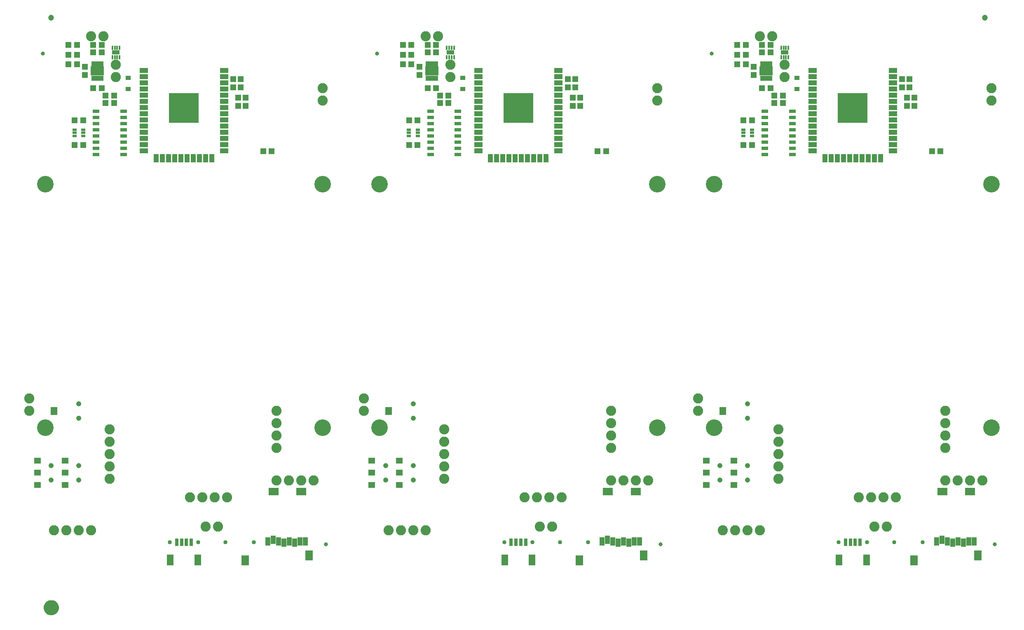
<source format=gbs>
G04 EAGLE Gerber RS-274X export*
G75*
%MOMM*%
%FSLAX34Y34*%
%LPD*%
%INSoldermask Bottom*%
%IPPOS*%
%AMOC8*
5,1,8,0,0,1.08239X$1,22.5*%
G01*
%ADD10R,1.403200X2.203200*%
%ADD11R,0.803200X1.553200*%
%ADD12C,0.838200*%
%ADD13C,0.853200*%
%ADD14C,3.403600*%
%ADD15R,1.203200X1.303200*%
%ADD16R,1.303200X1.203200*%
%ADD17C,2.082800*%
%ADD18R,1.033200X0.833200*%
%ADD19R,1.473200X0.838200*%
%ADD20R,1.703200X1.103200*%
%ADD21R,1.103200X1.703200*%
%ADD22R,6.203200X6.203200*%
%ADD23R,1.403200X0.803200*%
%ADD24R,0.863200X0.503200*%
%ADD25R,2.003200X1.603200*%
%ADD26R,1.603200X2.103200*%
%ADD27R,1.003200X1.703200*%
%ADD28R,0.440000X0.840000*%
%ADD29R,1.520000X0.940000*%
%ADD30C,1.053200*%
%ADD31R,0.553200X1.003200*%
%ADD32R,2.703200X1.903200*%
%ADD33R,1.353200X1.203200*%
%ADD34C,1.203200*%
%ADD35C,1.270000*%
%ADD36C,1.703200*%


D10*
X369630Y10690D03*
X313630Y10690D03*
D11*
X356630Y47440D03*
X346630Y47440D03*
X336630Y47440D03*
X326630Y47440D03*
D12*
X633730Y42840D03*
X51330Y1051640D03*
D13*
X312730Y46960D03*
X370530Y46960D03*
D14*
X56642Y282677D03*
X56642Y782803D03*
X626618Y782803D03*
X626618Y282677D03*
D15*
X138430Y1006840D03*
X138430Y1023840D03*
D16*
X172330Y1053440D03*
X155330Y1053440D03*
X172330Y979780D03*
X155330Y979780D03*
D17*
X201930Y1028040D03*
X201930Y1002640D03*
D18*
X227330Y978440D03*
X227330Y1001440D03*
D19*
X74930Y320904D03*
X74930Y312776D03*
D15*
X453390Y960340D03*
X453390Y943340D03*
D16*
X180730Y949300D03*
X197730Y949300D03*
D15*
X443230Y998440D03*
X443230Y981440D03*
X468630Y960340D03*
X468630Y943340D03*
D20*
X424010Y1016140D03*
X424010Y1003440D03*
X424010Y990740D03*
X424010Y978040D03*
X424010Y965340D03*
X424010Y952640D03*
X424010Y939940D03*
X424010Y927240D03*
X424010Y914540D03*
X424010Y901840D03*
X424010Y889140D03*
X424010Y876440D03*
X424010Y863740D03*
X424010Y851040D03*
D21*
X398780Y836140D03*
X386080Y836140D03*
X373380Y836140D03*
X360680Y836140D03*
X347980Y836140D03*
X335280Y836140D03*
X322580Y836140D03*
X309880Y836140D03*
X297180Y836140D03*
X284480Y836140D03*
D20*
X259250Y851040D03*
X259250Y863740D03*
X259250Y876440D03*
X259250Y889140D03*
X259250Y901840D03*
X259250Y914540D03*
X259250Y927240D03*
X259250Y939940D03*
X259250Y952640D03*
X259250Y965340D03*
X259250Y978040D03*
X259250Y990740D03*
X259250Y1003440D03*
X259250Y1016140D03*
D22*
X341630Y939140D03*
D15*
X458470Y998440D03*
X458470Y981440D03*
D23*
X217230Y932790D03*
X217230Y920090D03*
X217230Y907390D03*
X217230Y894690D03*
X217230Y881990D03*
X217230Y869290D03*
X217230Y856590D03*
X217230Y843890D03*
X161230Y843890D03*
X161230Y856590D03*
X161230Y869290D03*
X161230Y881990D03*
X161230Y894690D03*
X161230Y907390D03*
X161230Y920090D03*
X161230Y932790D03*
D16*
X117230Y862940D03*
X134230Y862940D03*
X134230Y913740D03*
X117230Y913740D03*
D24*
X134930Y894840D03*
X116530Y888340D03*
X116530Y881840D03*
X116530Y894840D03*
X134930Y888340D03*
X134930Y881840D03*
D13*
X427030Y46960D03*
X484830Y46960D03*
D16*
X180730Y964540D03*
X197730Y964540D03*
D17*
X151130Y71890D03*
X125730Y71890D03*
X100330Y71890D03*
X74930Y71890D03*
X608330Y174440D03*
X582930Y174440D03*
X557530Y174440D03*
X532130Y174440D03*
X532130Y240640D03*
X532130Y266040D03*
X532130Y291440D03*
X532130Y316840D03*
X24130Y342240D03*
X24130Y316840D03*
D16*
X504580Y850240D03*
X521580Y850240D03*
D25*
X525750Y151390D03*
X582750Y151390D03*
D26*
X598750Y19890D03*
X467250Y9890D03*
D27*
X513850Y48390D03*
X524850Y52390D03*
X535850Y48390D03*
X546850Y46390D03*
X557850Y48390D03*
X568850Y46390D03*
X579850Y48390D03*
X590850Y48390D03*
D28*
X209430Y1063340D03*
X204430Y1063340D03*
X199430Y1063340D03*
X194430Y1063340D03*
X194430Y1043340D03*
X199430Y1043340D03*
X204430Y1043340D03*
X209430Y1043340D03*
D29*
X201930Y1053440D03*
D16*
X172330Y1068680D03*
X155330Y1068680D03*
D17*
X386080Y79190D03*
X411480Y79190D03*
X151130Y1086460D03*
X176530Y1086460D03*
X626630Y980340D03*
X626630Y954940D03*
D30*
X125730Y204840D03*
X125730Y174840D03*
X125730Y331840D03*
X125730Y301840D03*
D31*
X163830Y1000840D03*
X168830Y1000840D03*
X173830Y1000840D03*
X158830Y1000840D03*
X153830Y1000840D03*
X153830Y1029840D03*
X158830Y1029840D03*
X163830Y1029840D03*
X168830Y1029840D03*
X173830Y1029840D03*
D32*
X163830Y1015340D03*
D16*
X121530Y1048360D03*
X104530Y1048360D03*
X121530Y1029310D03*
X104530Y1029310D03*
X121530Y1068680D03*
X104530Y1068680D03*
D17*
X354330Y139040D03*
X379730Y139040D03*
X405130Y139040D03*
X430530Y139040D03*
X189230Y278740D03*
X189230Y253340D03*
X189230Y227940D03*
X189230Y202540D03*
X189230Y177140D03*
D33*
X97084Y214840D03*
X97084Y189840D03*
X97084Y164840D03*
X40584Y214840D03*
X40584Y189840D03*
X40584Y164840D03*
D30*
X68834Y204840D03*
X68834Y174840D03*
D10*
X1056700Y10690D03*
X1000700Y10690D03*
D11*
X1043700Y47440D03*
X1033700Y47440D03*
X1023700Y47440D03*
X1013700Y47440D03*
D12*
X1320800Y42840D03*
X738400Y1051640D03*
D13*
X999800Y46960D03*
X1057600Y46960D03*
D14*
X743712Y282677D03*
X743712Y782803D03*
X1313688Y782803D03*
X1313688Y282677D03*
D15*
X825500Y1006840D03*
X825500Y1023840D03*
D16*
X859400Y1053440D03*
X842400Y1053440D03*
X859400Y979780D03*
X842400Y979780D03*
D17*
X889000Y1028040D03*
X889000Y1002640D03*
D18*
X914400Y978440D03*
X914400Y1001440D03*
D19*
X762000Y320904D03*
X762000Y312776D03*
D15*
X1140460Y960340D03*
X1140460Y943340D03*
D16*
X867800Y949300D03*
X884800Y949300D03*
D15*
X1130300Y998440D03*
X1130300Y981440D03*
X1155700Y960340D03*
X1155700Y943340D03*
D20*
X1111080Y1016140D03*
X1111080Y1003440D03*
X1111080Y990740D03*
X1111080Y978040D03*
X1111080Y965340D03*
X1111080Y952640D03*
X1111080Y939940D03*
X1111080Y927240D03*
X1111080Y914540D03*
X1111080Y901840D03*
X1111080Y889140D03*
X1111080Y876440D03*
X1111080Y863740D03*
X1111080Y851040D03*
D21*
X1085850Y836140D03*
X1073150Y836140D03*
X1060450Y836140D03*
X1047750Y836140D03*
X1035050Y836140D03*
X1022350Y836140D03*
X1009650Y836140D03*
X996950Y836140D03*
X984250Y836140D03*
X971550Y836140D03*
D20*
X946320Y851040D03*
X946320Y863740D03*
X946320Y876440D03*
X946320Y889140D03*
X946320Y901840D03*
X946320Y914540D03*
X946320Y927240D03*
X946320Y939940D03*
X946320Y952640D03*
X946320Y965340D03*
X946320Y978040D03*
X946320Y990740D03*
X946320Y1003440D03*
X946320Y1016140D03*
D22*
X1028700Y939140D03*
D15*
X1145540Y998440D03*
X1145540Y981440D03*
D23*
X904300Y932790D03*
X904300Y920090D03*
X904300Y907390D03*
X904300Y894690D03*
X904300Y881990D03*
X904300Y869290D03*
X904300Y856590D03*
X904300Y843890D03*
X848300Y843890D03*
X848300Y856590D03*
X848300Y869290D03*
X848300Y881990D03*
X848300Y894690D03*
X848300Y907390D03*
X848300Y920090D03*
X848300Y932790D03*
D16*
X804300Y862940D03*
X821300Y862940D03*
X821300Y913740D03*
X804300Y913740D03*
D24*
X822000Y894840D03*
X803600Y888340D03*
X803600Y881840D03*
X803600Y894840D03*
X822000Y888340D03*
X822000Y881840D03*
D13*
X1114100Y46960D03*
X1171900Y46960D03*
D16*
X867800Y964540D03*
X884800Y964540D03*
D17*
X838200Y71890D03*
X812800Y71890D03*
X787400Y71890D03*
X762000Y71890D03*
X1295400Y174440D03*
X1270000Y174440D03*
X1244600Y174440D03*
X1219200Y174440D03*
X1219200Y240640D03*
X1219200Y266040D03*
X1219200Y291440D03*
X1219200Y316840D03*
X711200Y342240D03*
X711200Y316840D03*
D16*
X1191650Y850240D03*
X1208650Y850240D03*
D25*
X1212820Y151390D03*
X1269820Y151390D03*
D26*
X1285820Y19890D03*
X1154320Y9890D03*
D27*
X1200920Y48390D03*
X1211920Y52390D03*
X1222920Y48390D03*
X1233920Y46390D03*
X1244920Y48390D03*
X1255920Y46390D03*
X1266920Y48390D03*
X1277920Y48390D03*
D28*
X896500Y1063340D03*
X891500Y1063340D03*
X886500Y1063340D03*
X881500Y1063340D03*
X881500Y1043340D03*
X886500Y1043340D03*
X891500Y1043340D03*
X896500Y1043340D03*
D29*
X889000Y1053440D03*
D16*
X859400Y1068680D03*
X842400Y1068680D03*
D17*
X1073150Y79190D03*
X1098550Y79190D03*
X838200Y1086460D03*
X863600Y1086460D03*
X1313700Y980340D03*
X1313700Y954940D03*
D30*
X812800Y204840D03*
X812800Y174840D03*
X812800Y331840D03*
X812800Y301840D03*
D31*
X850900Y1000840D03*
X855900Y1000840D03*
X860900Y1000840D03*
X845900Y1000840D03*
X840900Y1000840D03*
X840900Y1029840D03*
X845900Y1029840D03*
X850900Y1029840D03*
X855900Y1029840D03*
X860900Y1029840D03*
D32*
X850900Y1015340D03*
D16*
X808600Y1048360D03*
X791600Y1048360D03*
X808600Y1029310D03*
X791600Y1029310D03*
X808600Y1068680D03*
X791600Y1068680D03*
D17*
X1041400Y139040D03*
X1066800Y139040D03*
X1092200Y139040D03*
X1117600Y139040D03*
X876300Y278740D03*
X876300Y253340D03*
X876300Y227940D03*
X876300Y202540D03*
X876300Y177140D03*
D33*
X784154Y214840D03*
X784154Y189840D03*
X784154Y164840D03*
X727654Y214840D03*
X727654Y189840D03*
X727654Y164840D03*
D30*
X755904Y204840D03*
X755904Y174840D03*
D10*
X1743770Y10690D03*
X1687770Y10690D03*
D11*
X1730770Y47440D03*
X1720770Y47440D03*
X1710770Y47440D03*
X1700770Y47440D03*
D12*
X2007870Y42840D03*
X1425470Y1051640D03*
D13*
X1686870Y46960D03*
X1744670Y46960D03*
D14*
X1430782Y282677D03*
X1430782Y782803D03*
X2000758Y782803D03*
X2000758Y282677D03*
D15*
X1512570Y1006840D03*
X1512570Y1023840D03*
D16*
X1546470Y1053440D03*
X1529470Y1053440D03*
X1546470Y979780D03*
X1529470Y979780D03*
D17*
X1576070Y1028040D03*
X1576070Y1002640D03*
D18*
X1601470Y978440D03*
X1601470Y1001440D03*
D19*
X1449070Y320904D03*
X1449070Y312776D03*
D15*
X1827530Y960340D03*
X1827530Y943340D03*
D16*
X1554870Y949300D03*
X1571870Y949300D03*
D15*
X1817370Y998440D03*
X1817370Y981440D03*
X1842770Y960340D03*
X1842770Y943340D03*
D20*
X1798150Y1016140D03*
X1798150Y1003440D03*
X1798150Y990740D03*
X1798150Y978040D03*
X1798150Y965340D03*
X1798150Y952640D03*
X1798150Y939940D03*
X1798150Y927240D03*
X1798150Y914540D03*
X1798150Y901840D03*
X1798150Y889140D03*
X1798150Y876440D03*
X1798150Y863740D03*
X1798150Y851040D03*
D21*
X1772920Y836140D03*
X1760220Y836140D03*
X1747520Y836140D03*
X1734820Y836140D03*
X1722120Y836140D03*
X1709420Y836140D03*
X1696720Y836140D03*
X1684020Y836140D03*
X1671320Y836140D03*
X1658620Y836140D03*
D20*
X1633390Y851040D03*
X1633390Y863740D03*
X1633390Y876440D03*
X1633390Y889140D03*
X1633390Y901840D03*
X1633390Y914540D03*
X1633390Y927240D03*
X1633390Y939940D03*
X1633390Y952640D03*
X1633390Y965340D03*
X1633390Y978040D03*
X1633390Y990740D03*
X1633390Y1003440D03*
X1633390Y1016140D03*
D22*
X1715770Y939140D03*
D15*
X1832610Y998440D03*
X1832610Y981440D03*
D23*
X1591370Y932790D03*
X1591370Y920090D03*
X1591370Y907390D03*
X1591370Y894690D03*
X1591370Y881990D03*
X1591370Y869290D03*
X1591370Y856590D03*
X1591370Y843890D03*
X1535370Y843890D03*
X1535370Y856590D03*
X1535370Y869290D03*
X1535370Y881990D03*
X1535370Y894690D03*
X1535370Y907390D03*
X1535370Y920090D03*
X1535370Y932790D03*
D16*
X1491370Y862940D03*
X1508370Y862940D03*
X1508370Y913740D03*
X1491370Y913740D03*
D24*
X1509070Y894840D03*
X1490670Y888340D03*
X1490670Y881840D03*
X1490670Y894840D03*
X1509070Y888340D03*
X1509070Y881840D03*
D13*
X1801170Y46960D03*
X1858970Y46960D03*
D16*
X1554870Y964540D03*
X1571870Y964540D03*
D17*
X1525270Y71890D03*
X1499870Y71890D03*
X1474470Y71890D03*
X1449070Y71890D03*
X1982470Y174440D03*
X1957070Y174440D03*
X1931670Y174440D03*
X1906270Y174440D03*
X1906270Y240640D03*
X1906270Y266040D03*
X1906270Y291440D03*
X1906270Y316840D03*
X1398270Y342240D03*
X1398270Y316840D03*
D16*
X1878720Y850240D03*
X1895720Y850240D03*
D25*
X1899890Y151390D03*
X1956890Y151390D03*
D26*
X1972890Y19890D03*
X1841390Y9890D03*
D27*
X1887990Y48390D03*
X1898990Y52390D03*
X1909990Y48390D03*
X1920990Y46390D03*
X1931990Y48390D03*
X1942990Y46390D03*
X1953990Y48390D03*
X1964990Y48390D03*
D28*
X1583570Y1063340D03*
X1578570Y1063340D03*
X1573570Y1063340D03*
X1568570Y1063340D03*
X1568570Y1043340D03*
X1573570Y1043340D03*
X1578570Y1043340D03*
X1583570Y1043340D03*
D29*
X1576070Y1053440D03*
D16*
X1546470Y1068680D03*
X1529470Y1068680D03*
D17*
X1760220Y79190D03*
X1785620Y79190D03*
X1525270Y1086460D03*
X1550670Y1086460D03*
X2000770Y980340D03*
X2000770Y954940D03*
D30*
X1499870Y204840D03*
X1499870Y174840D03*
X1499870Y331840D03*
X1499870Y301840D03*
D31*
X1537970Y1000840D03*
X1542970Y1000840D03*
X1547970Y1000840D03*
X1532970Y1000840D03*
X1527970Y1000840D03*
X1527970Y1029840D03*
X1532970Y1029840D03*
X1537970Y1029840D03*
X1542970Y1029840D03*
X1547970Y1029840D03*
D32*
X1537970Y1015340D03*
D16*
X1495670Y1048360D03*
X1478670Y1048360D03*
X1495670Y1029310D03*
X1478670Y1029310D03*
X1495670Y1068680D03*
X1478670Y1068680D03*
D17*
X1728470Y139040D03*
X1753870Y139040D03*
X1779270Y139040D03*
X1804670Y139040D03*
X1563370Y278740D03*
X1563370Y253340D03*
X1563370Y227940D03*
X1563370Y202540D03*
X1563370Y177140D03*
D33*
X1471224Y214840D03*
X1471224Y189840D03*
X1471224Y164840D03*
X1414724Y214840D03*
X1414724Y189840D03*
X1414724Y164840D03*
D30*
X1442974Y204840D03*
X1442974Y174840D03*
D34*
X68580Y1124890D03*
X1986915Y1124890D03*
D35*
X59525Y-86995D02*
X59528Y-86773D01*
X59536Y-86551D01*
X59550Y-86329D01*
X59569Y-86107D01*
X59593Y-85887D01*
X59623Y-85666D01*
X59658Y-85447D01*
X59699Y-85228D01*
X59745Y-85011D01*
X59796Y-84795D01*
X59853Y-84580D01*
X59915Y-84366D01*
X59982Y-84155D01*
X60054Y-83944D01*
X60132Y-83736D01*
X60214Y-83530D01*
X60302Y-83326D01*
X60394Y-83123D01*
X60492Y-82924D01*
X60594Y-82727D01*
X60701Y-82532D01*
X60813Y-82340D01*
X60930Y-82151D01*
X61051Y-81964D01*
X61177Y-81781D01*
X61307Y-81601D01*
X61442Y-81424D01*
X61580Y-81251D01*
X61723Y-81081D01*
X61871Y-80914D01*
X62022Y-80751D01*
X62177Y-80592D01*
X62336Y-80437D01*
X62499Y-80286D01*
X62666Y-80138D01*
X62836Y-79995D01*
X63009Y-79857D01*
X63186Y-79722D01*
X63366Y-79592D01*
X63549Y-79466D01*
X63736Y-79345D01*
X63925Y-79228D01*
X64117Y-79116D01*
X64312Y-79009D01*
X64509Y-78907D01*
X64708Y-78809D01*
X64911Y-78717D01*
X65115Y-78629D01*
X65321Y-78547D01*
X65529Y-78469D01*
X65740Y-78397D01*
X65951Y-78330D01*
X66165Y-78268D01*
X66380Y-78211D01*
X66596Y-78160D01*
X66813Y-78114D01*
X67032Y-78073D01*
X67251Y-78038D01*
X67472Y-78008D01*
X67692Y-77984D01*
X67914Y-77965D01*
X68136Y-77951D01*
X68358Y-77943D01*
X68580Y-77940D01*
X68802Y-77943D01*
X69024Y-77951D01*
X69246Y-77965D01*
X69468Y-77984D01*
X69688Y-78008D01*
X69909Y-78038D01*
X70128Y-78073D01*
X70347Y-78114D01*
X70564Y-78160D01*
X70780Y-78211D01*
X70995Y-78268D01*
X71209Y-78330D01*
X71420Y-78397D01*
X71631Y-78469D01*
X71839Y-78547D01*
X72045Y-78629D01*
X72249Y-78717D01*
X72452Y-78809D01*
X72651Y-78907D01*
X72848Y-79009D01*
X73043Y-79116D01*
X73235Y-79228D01*
X73424Y-79345D01*
X73611Y-79466D01*
X73794Y-79592D01*
X73974Y-79722D01*
X74151Y-79857D01*
X74324Y-79995D01*
X74494Y-80138D01*
X74661Y-80286D01*
X74824Y-80437D01*
X74983Y-80592D01*
X75138Y-80751D01*
X75289Y-80914D01*
X75437Y-81081D01*
X75580Y-81251D01*
X75718Y-81424D01*
X75853Y-81601D01*
X75983Y-81781D01*
X76109Y-81964D01*
X76230Y-82151D01*
X76347Y-82340D01*
X76459Y-82532D01*
X76566Y-82727D01*
X76668Y-82924D01*
X76766Y-83123D01*
X76858Y-83326D01*
X76946Y-83530D01*
X77028Y-83736D01*
X77106Y-83944D01*
X77178Y-84155D01*
X77245Y-84366D01*
X77307Y-84580D01*
X77364Y-84795D01*
X77415Y-85011D01*
X77461Y-85228D01*
X77502Y-85447D01*
X77537Y-85666D01*
X77567Y-85887D01*
X77591Y-86107D01*
X77610Y-86329D01*
X77624Y-86551D01*
X77632Y-86773D01*
X77635Y-86995D01*
X77632Y-87217D01*
X77624Y-87439D01*
X77610Y-87661D01*
X77591Y-87883D01*
X77567Y-88103D01*
X77537Y-88324D01*
X77502Y-88543D01*
X77461Y-88762D01*
X77415Y-88979D01*
X77364Y-89195D01*
X77307Y-89410D01*
X77245Y-89624D01*
X77178Y-89835D01*
X77106Y-90046D01*
X77028Y-90254D01*
X76946Y-90460D01*
X76858Y-90664D01*
X76766Y-90867D01*
X76668Y-91066D01*
X76566Y-91263D01*
X76459Y-91458D01*
X76347Y-91650D01*
X76230Y-91839D01*
X76109Y-92026D01*
X75983Y-92209D01*
X75853Y-92389D01*
X75718Y-92566D01*
X75580Y-92739D01*
X75437Y-92909D01*
X75289Y-93076D01*
X75138Y-93239D01*
X74983Y-93398D01*
X74824Y-93553D01*
X74661Y-93704D01*
X74494Y-93852D01*
X74324Y-93995D01*
X74151Y-94133D01*
X73974Y-94268D01*
X73794Y-94398D01*
X73611Y-94524D01*
X73424Y-94645D01*
X73235Y-94762D01*
X73043Y-94874D01*
X72848Y-94981D01*
X72651Y-95083D01*
X72452Y-95181D01*
X72249Y-95273D01*
X72045Y-95361D01*
X71839Y-95443D01*
X71631Y-95521D01*
X71420Y-95593D01*
X71209Y-95660D01*
X70995Y-95722D01*
X70780Y-95779D01*
X70564Y-95830D01*
X70347Y-95876D01*
X70128Y-95917D01*
X69909Y-95952D01*
X69688Y-95982D01*
X69468Y-96006D01*
X69246Y-96025D01*
X69024Y-96039D01*
X68802Y-96047D01*
X68580Y-96050D01*
X68358Y-96047D01*
X68136Y-96039D01*
X67914Y-96025D01*
X67692Y-96006D01*
X67472Y-95982D01*
X67251Y-95952D01*
X67032Y-95917D01*
X66813Y-95876D01*
X66596Y-95830D01*
X66380Y-95779D01*
X66165Y-95722D01*
X65951Y-95660D01*
X65740Y-95593D01*
X65529Y-95521D01*
X65321Y-95443D01*
X65115Y-95361D01*
X64911Y-95273D01*
X64708Y-95181D01*
X64509Y-95083D01*
X64312Y-94981D01*
X64117Y-94874D01*
X63925Y-94762D01*
X63736Y-94645D01*
X63549Y-94524D01*
X63366Y-94398D01*
X63186Y-94268D01*
X63009Y-94133D01*
X62836Y-93995D01*
X62666Y-93852D01*
X62499Y-93704D01*
X62336Y-93553D01*
X62177Y-93398D01*
X62022Y-93239D01*
X61871Y-93076D01*
X61723Y-92909D01*
X61580Y-92739D01*
X61442Y-92566D01*
X61307Y-92389D01*
X61177Y-92209D01*
X61051Y-92026D01*
X60930Y-91839D01*
X60813Y-91650D01*
X60701Y-91458D01*
X60594Y-91263D01*
X60492Y-91066D01*
X60394Y-90867D01*
X60302Y-90664D01*
X60214Y-90460D01*
X60132Y-90254D01*
X60054Y-90046D01*
X59982Y-89835D01*
X59915Y-89624D01*
X59853Y-89410D01*
X59796Y-89195D01*
X59745Y-88979D01*
X59699Y-88762D01*
X59658Y-88543D01*
X59623Y-88324D01*
X59593Y-88103D01*
X59569Y-87883D01*
X59550Y-87661D01*
X59536Y-87439D01*
X59528Y-87217D01*
X59525Y-86995D01*
D36*
X68580Y-86995D03*
M02*

</source>
